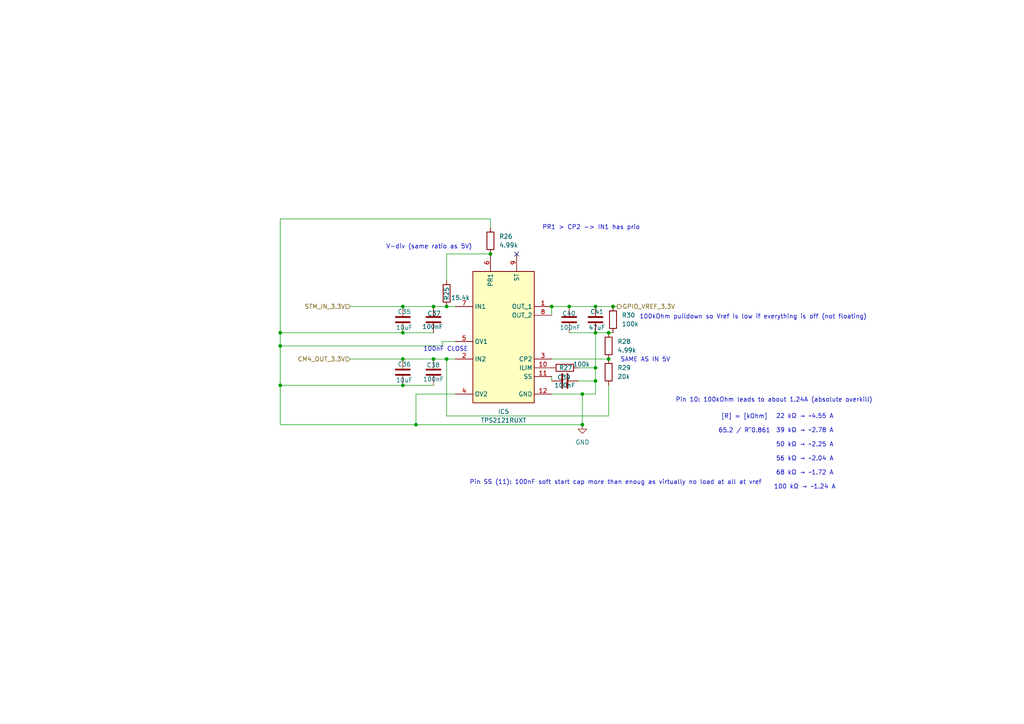
<source format=kicad_sch>
(kicad_sch (version 20250114) (generator "eeschema") (generator_version "9.0")
  (paper "A4")
  (lib_symbols
    (symbol "#dzdb:g_cap/C-100n-0603" (pin_numbers hide) (pin_names (offset 0.254))
      (property "Reference" "C" (at 0.635 2.54 0))
      (property "Value" "100nF" (at 0.635 -2.54 0))
      (symbol "g_cap/C-100n-0603_0_1"
        (polyline (pts (xy -2.032 0.762) (xy 2.032 0.762)) (stroke (width 0.508)))
        (polyline (pts (xy -2.032 -0.762) (xy 2.032 -0.762)) (stroke (width 0.508)))
      )
      (symbol "g_cap/C-100n-0603_1_1"
        (pin passive line (at 0 3.81 270) (length 2.794) (name "~") (number "1"))
        (pin passive line (at 0 -3.81 90) (length 2.794) (name "~") (number "2"))
      )
    )
    (symbol "#dzdb:g_res/R-100k-0603" (pin_numbers hide) (pin_names (offset 0))
      (property "Reference" "R" (at 2.032 0 90))
      (property "Value" "100k" (at 0 0 90))
      (symbol "g_res/R-100k-0603_0_1"
        (rectangle (start -1.016 -2.54) (end 1.016 2.54) (stroke (width 0.254)))
      )
      (symbol "g_res/R-100k-0603_1_1"
        (pin passive line (at 0 3.81 270) (length 1.27) (name "~") (number "1"))
        (pin passive line (at 0 -3.81 90) (length 1.27) (name "~") (number "2"))
      )
    )
    (symbol "#dzdb:g_res/R-15.4k-0603" (pin_numbers hide) (pin_names (offset 0))
      (property "Reference" "R" (at 2.032 0 90))
      (property "Value" "15.4k" (at 0 0 90))
      (symbol "g_res/R-15.4k-0603_0_1"
        (rectangle (start -1.016 -2.54) (end 1.016 2.54) (stroke (width 0.254)))
      )
      (symbol "g_res/R-15.4k-0603_1_1"
        (pin passive line (at 0 3.81 270) (length 1.27) (name "~") (number "1"))
        (pin passive line (at 0 -3.81 90) (length 1.27) (name "~") (number "2"))
      )
    )
    (symbol "#dzdb:g_res/R-20k-0603" (pin_numbers hide) (pin_names (offset 0))
      (property "Reference" "R" (at 2.032 0 90))
      (property "Value" "20k" (at 0 0 90))
      (symbol "g_res/R-20k-0603_0_1"
        (rectangle (start -1.016 -2.54) (end 1.016 2.54) (stroke (width 0.254)))
      )
      (symbol "g_res/R-20k-0603_1_1"
        (pin passive line (at 0 3.81 270) (length 1.27) (name "~") (number "1"))
        (pin passive line (at 0 -3.81 90) (length 1.27) (name "~") (number "2"))
      )
    )
    (symbol "#dzdb:g_res/R-4.99k-0603" (pin_numbers hide) (pin_names (offset 0))
      (property "Reference" "R" (at 2.032 0 90))
      (property "Value" "4.99k" (at 0 0 90))
      (symbol "g_res/R-4.99k-0603_0_1"
        (rectangle (start -1.016 -2.54) (end 1.016 2.54) (stroke (width 0.254)))
      )
      (symbol "g_res/R-4.99k-0603_1_1"
        (pin passive line (at 0 3.81 270) (length 1.27) (name "~") (number "1"))
        (pin passive line (at 0 -3.81 90) (length 1.27) (name "~") (number "2"))
      )
    )
    (symbol "#dzdb:s_cap/C-MUR-GRM21BR61A476ME15" (pin_numbers hide) (pin_names (offset 0.254))
      (property "Reference" "C" (at 0.635 2.54 0))
      (property "Value" "47uF" (at 0.635 -2.54 0))
      (symbol "s_cap/C-MUR-GRM21BR61A476ME15_0_1"
        (polyline (pts (xy -2.032 0.762) (xy 2.032 0.762)) (stroke (width 0.508)))
        (polyline (pts (xy -2.032 -0.762) (xy 2.032 -0.762)) (stroke (width 0.508)))
      )
      (symbol "s_cap/C-MUR-GRM21BR61A476ME15_1_1"
        (pin passive line (at 0 3.81 270) (length 2.794) (name "~") (number "1"))
        (pin passive line (at 0 -3.81 90) (length 2.794) (name "~") (number "2"))
      )
    )
    (symbol "#dzdb:s_cap/C-MUR-GRM32EC72A106KE05" (pin_numbers hide) (pin_names (offset 0.254))
      (property "Reference" "C" (at 0.635 2.54 0))
      (property "Value" "10uF" (at 0.635 -2.54 0))
      (symbol "s_cap/C-MUR-GRM32EC72A106KE05_0_1"
        (polyline (pts (xy -2.032 0.762) (xy 2.032 0.762)) (stroke (width 0.508)))
        (polyline (pts (xy -2.032 -0.762) (xy 2.032 -0.762)) (stroke (width 0.508)))
      )
      (symbol "s_cap/C-MUR-GRM32EC72A106KE05_1_1"
        (pin passive line (at 0 3.81 270) (length 2.794) (name "~") (number "1"))
        (pin passive line (at 0 -3.81 90) (length 2.794) (name "~") (number "2"))
      )
    )
    (symbol "#dzdb:s_misc/TEXA-595-TPS2121RUXT"
      (property "Reference" "IC" (at 24.13 15.24 0))
      (symbol "s_misc/TEXA-595-TPS2121RUXT_1_1"
        (rectangle (start 5.08 10.16) (end 22.86 -27.94) (stroke (width 0.254)) (fill (type background)))
        (pin passive line (at 0 0 0) (length 5.08) (name "IN1") (number "7"))
        (pin passive line (at 0 -10.16 0) (length 5.08) (name "OV1") (number "5"))
        (pin passive line (at 0 -15.24 0) (length 5.08) (name "IN2") (number "2"))
        (pin passive line (at 0 -25.4 0) (length 5.08) (name "OV2") (number "4"))
        (pin passive line (at 10.16 15.24 270) (length 5.08) (name "PR1") (number "6"))
        (pin passive line (at 17.78 15.24 270) (length 5.08) (name "ST") (number "9"))
        (pin passive line (at 27.94 0 180) (length 5.08) (name "OUT_1") (number "1"))
        (pin passive line (at 27.94 -2.54 180) (length 5.08) (name "OUT_2") (number "8"))
        (pin passive line (at 27.94 -15.24 180) (length 5.08) (name "CP2") (number "3"))
        (pin passive line (at 27.94 -17.78 180) (length 5.08) (name "ILIM") (number "10"))
        (pin passive line (at 27.94 -20.32 180) (length 5.08) (name "SS") (number "11"))
        (pin passive line (at 27.94 -25.4 180) (length 5.08) (name "GND") (number "12"))
      )
    )
    (symbol "power:GND" (power) (pin_numbers hide) (pin_names (offset 0) hide)
      (property "Value" "GND" (at 0 -3.81 0))
      (symbol "GND_0_1"
        (polyline (pts (xy 0 0) (xy 0 -1.27) (xy 1.27 -1.27) (xy 0 -2.54) (xy -1.27 -1.27) (xy 0 -1.27)))
      )
      (symbol "GND_1_1"
        (pin power_in line (at 0 0 270) (length 0) (name "~") (number "1"))
      )
    )
  )
  (junction (at 168.91 123.19))
  (junction (at 129.54 104.14))
  (junction (at 172.72 106.68))
  (junction (at 160.02 88.9))
  (junction (at 81.28 96.52))
  (junction (at 168.91 114.3))
  (junction (at 176.53 96.52))
  (junction (at 125.73 104.14))
  (junction (at 176.53 104.14))
  (junction (at 125.73 88.9))
  (junction (at 116.84 96.52))
  (junction (at 120.65 123.19))
  (junction (at 81.28 111.76))
  (junction (at 172.72 96.52))
  (junction (at 165.1 88.9))
  (junction (at 116.84 104.14))
  (junction (at 81.28 100.33))
  (junction (at 177.8 88.9))
  (junction (at 172.72 110.49))
  (junction (at 116.84 88.9))
  (junction (at 172.72 88.9))
  (junction (at 116.84 111.76))
  (junction (at 142.24 73.66))
  (junction (at 129.54 88.9))
  (no_connect (at 149.86 73.66))
  (wire (pts (xy 81.28 96.52) (xy 81.28 63.5)))
  (wire (pts (xy 129.54 120.65) (xy 176.53 120.65)))
  (wire (pts (xy 129.54 104.14) (xy 132.08 104.14)))
  (wire (pts (xy 129.54 81.28) (xy 129.54 73.66)))
  (wire (pts (xy 160.02 109.22) (xy 160.02 110.49)))
  (wire (pts (xy 172.72 88.9) (xy 177.8 88.9)))
  (wire (pts (xy 142.24 63.5) (xy 142.24 66.04)))
  (wire (pts (xy 177.8 88.9) (xy 179.07 88.9)))
  (wire (pts (xy 132.08 114.3) (xy 120.65 114.3)))
  (wire (pts (xy 129.54 104.14) (xy 129.54 120.65)))
  (wire (pts (xy 160.02 88.9) (xy 160.02 91.44)))
  (wire (pts (xy 160.02 104.14) (xy 176.53 104.14)))
  (wire (pts (xy 165.1 88.9) (xy 172.72 88.9)))
  (wire (pts (xy 172.72 106.68) (xy 172.72 110.49)))
  (wire (pts (xy 172.72 114.3) (xy 168.91 114.3)))
  (wire (pts (xy 120.65 114.3) (xy 120.65 123.19)))
  (wire (pts (xy 168.91 123.19) (xy 168.91 114.3)))
  (wire (pts (xy 165.1 96.52) (xy 172.72 96.52)))
  (wire (pts (xy 81.28 100.33) (xy 81.28 111.76)))
  (wire (pts (xy 168.91 114.3) (xy 160.02 114.3)))
  (wire (pts (xy 81.28 100.33) (xy 128.27 100.33)))
  (wire (pts (xy 129.54 73.66) (xy 142.24 73.66)))
  (wire (pts (xy 101.6 104.14) (xy 116.84 104.14)))
  (wire (pts (xy 128.27 99.06) (xy 128.27 100.33)))
  (wire (pts (xy 116.84 88.9) (xy 125.73 88.9)))
  (wire (pts (xy 125.73 88.9) (xy 129.54 88.9)))
  (wire (pts (xy 125.73 96.52) (xy 116.84 96.52)))
  (wire (pts (xy 116.84 104.14) (xy 125.73 104.14)))
  (wire (pts (xy 81.28 111.76) (xy 81.28 123.19)))
  (wire (pts (xy 176.53 96.52) (xy 177.8 96.52)))
  (wire (pts (xy 172.72 106.68) (xy 167.64 106.68)))
  (wire (pts (xy 125.73 104.14) (xy 129.54 104.14)))
  (wire (pts (xy 128.27 99.06) (xy 132.08 99.06)))
  (wire (pts (xy 81.28 111.76) (xy 116.84 111.76)))
  (wire (pts (xy 81.28 63.5) (xy 142.24 63.5)))
  (wire (pts (xy 172.72 96.52) (xy 176.53 96.52)))
  (wire (pts (xy 125.73 111.76) (xy 116.84 111.76)))
  (wire (pts (xy 160.02 88.9) (xy 165.1 88.9)))
  (wire (pts (xy 172.72 110.49) (xy 172.72 114.3)))
  (wire (pts (xy 176.53 120.65) (xy 176.53 111.76)))
  (wire (pts (xy 167.64 110.49) (xy 172.72 110.49)))
  (wire (pts (xy 81.28 96.52) (xy 81.28 100.33)))
  (wire (pts (xy 101.6 88.9) (xy 116.84 88.9)))
  (wire (pts (xy 81.28 123.19) (xy 120.65 123.19)))
  (wire (pts (xy 81.28 96.52) (xy 116.84 96.52)))
  (wire (pts (xy 172.72 96.52) (xy 172.72 106.68)))
  (wire (pts (xy 120.65 123.19) (xy 168.91 123.19)))
  (wire (pts (xy 129.54 88.9) (xy 132.08 88.9)))
  (text "Pin SS (11): 100nF soft start cap more than enoug as virtually no load at all at vref" (at 178.562 139.954 0) (effects (font (size 1.27 1.27))))
  (text "PR1 > CP2 -> IN1 has prio" (at 171.45 66.04 0) (effects (font (size 1.27 1.27))))
  (text "[R] = [kOhm]\n\n65.2 / R^0.861" (at 215.9 122.936 0) (effects (font (size 1.27 1.27))))
  (text "100nF CLOSE" (at 129.286 101.346 0) (effects (font (size 1.27 1.27))))
  (text "100kOhm pulldown so Vref is low if everything is off (not floating)" (at 218.44 91.948 0) (effects (font (size 1.27 1.27))))
  (text "V-div (same ratio as 5V)" (at 124.46 71.628 0) (effects (font (size 1.27 1.27))))
  (text "22 kΩ → ~4.55 A\n\n39 kΩ → ~2.78 A\n\n50 kΩ → ~2.25 A\n\n56 kΩ → ~2.04 A\n\n68 kΩ → ~1.72 A\n\n100 kΩ → ~1.24 A" (at 233.426 131.064 0) (effects (font (size 1.27 1.27))))
  (text "SAME AS IN 5V" (at 187.198 104.394 0) (effects (font (size 1.27 1.27))))
  (text "Pin 10: 100kOhm leads to about 1.24A (absolute overkill)" (at 224.536 116.078 0) (effects (font (size 1.27 1.27))))
  (hierarchical_label "GPIO_VREF_3.3V" (shape output) (at 179.07 88.9 0))
  (hierarchical_label "CM4_OUT_3.3V" (shape input) (at 101.6 104.14 180))
  (hierarchical_label "STM_IN_3.3V" (shape input) (at 101.6 88.9 180))
  (symbol (lib_id "#dzdb:g_cap/C-100n-0603") (at 163.83 110.49 90) (unit 1)
    (property "Reference" "C39" (at 163.576 109.474 90))
    (property "Value" "100nF" (at 163.83 111.76 90))
    (property "Footprint" "Capacitor_SMD:C_0603_1608Metric" (effects (hide yes)))
    (property "Datasheet" "https://www.we-online.com/components/products/datasheet/885012206095.pdf" (effects (hide yes)))
    (property "Description" "Cap 100nF 50V 0603 C0G ±10%" (effects (hide yes)))
    (property "IPN" "C-100n-0603" (effects (hide yes)))
    (property "MPN" "885012206095" (effects (hide yes)))
    (property "Manufacturer" "Wurth Elektronik" (effects (hide yes)))
    (property "Capacitance" "100nF" (effects (hide yes)))
    (property "Voltage" "50V" (effects (hide yes)))
    (property "Material" "C0G" (effects (hide yes)))
    (property "Tolerance" "10%" (effects (hide yes)))
    (property "Supplier" "Mouser" (effects (hide yes)))
    (property "SPN" "710-885012206095" (effects (hide yes)))
    (property "LCSC" "CXXXXX" (effects (hide yes)))
    (property "Comment" "lifecycle=Active; note=Auto-generated" (effects (hide yes)))
  )
  (symbol (lib_id "#dzdb:g_cap/C-100n-0603") (at 165.1 92.71 0) (unit 1)
    (property "Reference" "C40" (at 163.068 90.932 0) (effects (justify left)))
    (property "Value" "100nF" (at 162.306 94.996 0) (effects (justify left)))
    (property "Footprint" "Capacitor_SMD:C_0603_1608Metric" (effects (hide yes)))
    (property "Datasheet" "https://www.we-online.com/components/products/datasheet/885012206095.pdf" (effects (hide yes)))
    (property "Description" "Cap 100nF 50V 0603 C0G ±10%" (effects (hide yes)))
    (property "IPN" "C-100n-0603" (effects (hide yes)))
    (property "MPN" "885012206095" (effects (hide yes)))
    (property "Manufacturer" "Wurth Elektronik" (effects (hide yes)))
    (property "Capacitance" "100nF" (effects (hide yes)))
    (property "Voltage" "50V" (effects (hide yes)))
    (property "Material" "C0G" (effects (hide yes)))
    (property "Tolerance" "10%" (effects (hide yes)))
    (property "Supplier" "Mouser" (effects (hide yes)))
    (property "SPN" "710-885012206095" (effects (hide yes)))
    (property "LCSC" "CXXXXX" (effects (hide yes)))
    (property "Comment" "lifecycle=Active; note=Auto-generated" (effects (hide yes)))
  )
  (symbol (lib_id "#dzdb:g_res/R-4.99k-0603") (at 142.24 69.85 0) (unit 1)
    (property "Reference" "R26" (at 144.78 68.5799 0) (effects (justify left)))
    (property "Value" "4.99k" (at 144.78 71.1199 0) (effects (justify left)))
    (property "Footprint" "Resistor_SMD:R_0603_1608Metric" (effects (hide yes)))
    (property "Datasheet" "https://www.we-online.com/components/products/datasheet/560112116132.pdf" (effects (hide yes)))
    (property "Description" "Thick Film Resistors - SMD WRIS-RSKS 4.99 kOhms 1 % 0.1 W 0603" (effects (hide yes)))
    (property "IPN" "R-4.99k-0603" (effects (hide yes)))
    (property "MPN" "560112116132" (effects (hide yes)))
    (property "Manufacturer" "Wurth Elektronik" (effects (hide yes)))
    (property "Resistance" "4.99k" (effects (hide yes)))
    (property "Power" "0.1 W" (effects (hide yes)))
    (property "Material" "Thick film" (effects (hide yes)))
    (property "Tolerance" "1 %" (effects (hide yes)))
    (property "Supplier" "Mouser" (effects (hide yes)))
    (property "SPN" "710-560112116132" (effects (hide yes)))
    (property "LCSC" "CXXXXX" (effects (hide yes)))
    (property "Comment" "lifecycle=Active; note=Auto-generated" (effects (hide yes)))
  )
  (symbol (lib_id "#dzdb:g_res/R-15.4k-0603") (at 129.54 85.09 0) (unit 1)
    (property "Reference" "R25" (at 129.54 87.122 90) (effects (justify left)))
    (property "Value" "15.4k" (at 130.81 86.36 0) (effects (justify left)))
    (property "Footprint" "Resistor_SMD:R_0603_1608Metric" (effects (hide yes)))
    (property "Datasheet" "https://www.we-online.com/components/products/datasheet/560112116105.pdf" (effects (hide yes)))
    (property "Description" "Thick Film Resistors - SMD WRIS-RSKS 15.4 kOhms 1 % 0.1 W 0603" (effects (hide yes)))
    (property "IPN" "R-15.4k-0603" (effects (hide yes)))
    (property "MPN" "560112116105" (effects (hide yes)))
    (property "Manufacturer" "Wurth Elektronik" (effects (hide yes)))
    (property "Resistance" "15.4k" (effects (hide yes)))
    (property "Power" "0.1 W" (effects (hide yes)))
    (property "Material" "Thick film" (effects (hide yes)))
    (property "Tolerance" "1 %" (effects (hide yes)))
    (property "Supplier" "Mouser" (effects (hide yes)))
    (property "SPN" "710-560112116105" (effects (hide yes)))
    (property "LCSC" "CXXXXX" (effects (hide yes)))
    (property "Comment" "lifecycle=Active; note=Auto-generated" (effects (hide yes)))
  )
  (symbol (lib_id "#dzdb:g_res/R-4.99k-0603") (at 176.53 100.33 0) (unit 1)
    (property "Reference" "R28" (at 179.07 99.0599 0) (effects (justify left)))
    (property "Value" "4.99k" (at 179.07 101.5999 0) (effects (justify left)))
    (property "Footprint" "Resistor_SMD:R_0603_1608Metric" (effects (hide yes)))
    (property "Datasheet" "https://www.we-online.com/components/products/datasheet/560112116132.pdf" (effects (hide yes)))
    (property "Description" "Thick Film Resistors - SMD WRIS-RSKS 4.99 kOhms 1 % 0.1 W 0603" (effects (hide yes)))
    (property "IPN" "R-4.99k-0603" (effects (hide yes)))
    (property "MPN" "560112116132" (effects (hide yes)))
    (property "Manufacturer" "Wurth Elektronik" (effects (hide yes)))
    (property "Resistance" "4.99k" (effects (hide yes)))
    (property "Power" "0.1 W" (effects (hide yes)))
    (property "Material" "Thick film" (effects (hide yes)))
    (property "Tolerance" "1 %" (effects (hide yes)))
    (property "Supplier" "Mouser" (effects (hide yes)))
    (property "SPN" "710-560112116132" (effects (hide yes)))
    (property "LCSC" "CXXXXX" (effects (hide yes)))
    (property "Comment" "lifecycle=Active; note=Auto-generated" (effects (hide yes)))
  )
  (symbol (lib_id "#dzdb:g_cap/C-100n-0603") (at 125.73 92.71 0) (unit 1)
    (property "Reference" "C37" (at 123.952 90.932 0) (effects (justify left)))
    (property "Value" "100nF" (at 122.428 94.742 0) (effects (justify left)))
    (property "Footprint" "Capacitor_SMD:C_0603_1608Metric" (effects (hide yes)))
    (property "Datasheet" "https://www.we-online.com/components/products/datasheet/885012206095.pdf" (effects (hide yes)))
    (property "Description" "Cap 100nF 50V 0603 C0G ±10%" (effects (hide yes)))
    (property "IPN" "C-100n-0603" (effects (hide yes)))
    (property "MPN" "885012206095" (effects (hide yes)))
    (property "Manufacturer" "Wurth Elektronik" (effects (hide yes)))
    (property "Capacitance" "100nF" (effects (hide yes)))
    (property "Voltage" "50V" (effects (hide yes)))
    (property "Material" "C0G" (effects (hide yes)))
    (property "Tolerance" "10%" (effects (hide yes)))
    (property "Supplier" "Mouser" (effects (hide yes)))
    (property "SPN" "710-885012206095" (effects (hide yes)))
    (property "LCSC" "CXXXXX" (effects (hide yes)))
    (property "Comment" "lifecycle=Active; note=Auto-generated" (effects (hide yes)))
  )
  (symbol (lib_id "power:GND") (at 168.91 123.19 0) (unit 1)
    (property "Reference" "#PWR030" (effects (hide yes)))
    (property "Value" "GND" (at 168.91 128.27 0))
    (property "Description" "Power symbol creates a global label with name \"GND\" , ground" (effects (hide yes)))
  )
  (symbol (lib_id "#dzdb:s_cap/C-MUR-GRM21BR61A476ME15") (at 172.72 92.71 0) (unit 1)
    (property "Reference" "C41" (at 171.196 90.424 0) (effects (justify left)))
    (property "Value" "47uF" (at 170.688 94.996 0) (effects (justify left)))
    (property "Footprint" "Capacitor_SMD:C_0805_2012Metric" (effects (hide yes)))
    (property "Datasheet" "https://www.murata.com/products/productdetail?partno=GRM21BR61A476ME15%23" (effects (hide yes)))
    (property "Description" "Cap 47µF 10V 0805 X5R ±20%" (effects (hide yes)))
    (property "IPN" "C-MUR-GRM21BR61A476ME15" (effects (hide yes)))
    (property "MPN" "GRM21BR61A476ME15" (effects (hide yes)))
    (property "Manufacturer" "Murata Electronics" (effects (hide yes)))
    (property "Capacitance" "47uF" (effects (hide yes)))
    (property "Voltage" "10V" (effects (hide yes)))
    (property "Material" "X5R" (effects (hide yes)))
    (property "Tolerance" "20%" (effects (hide yes)))
    (property "Supplier" "Mouser" (effects (hide yes)))
    (property "SPN" "81-GRM21BR61A476ME5L" (effects (hide yes)))
    (property "LCSC" "C124129" (effects (hide yes)))
    (property "Comment" "lifecycle=Active; note=High capacitance in 0805 package" (effects (hide yes)))
  )
  (symbol (lib_id "#dzdb:s_cap/C-MUR-GRM32EC72A106KE05") (at 116.84 92.71 0) (unit 1)
    (property "Reference" "C35" (at 115.316 90.424 0) (effects (justify left)))
    (property "Value" "10uF" (at 114.808 94.996 0) (effects (justify left)))
    (property "Footprint" "Capacitor_SMD:C_1210_3225Metric" (effects (hide yes)))
    (property "Datasheet" "https://www.murata.com/products/productdetail?partno=GRM32EC72A106KE05K" (effects (hide yes)))
    (property "Description" "Cap 10µF 100V 1210 X7R ±10%" (effects (hide yes)))
    (property "IPN" "C-MUR-GRM32EC72A106KE05" (effects (hide yes)))
    (property "MPN" "GRM32EC72A106KE05" (effects (hide yes)))
    (property "Manufacturer" "Murata Electronics" (effects (hide yes)))
    (property "Capacitance" "10uF" (effects (hide yes)))
    (property "Voltage" "100V" (effects (hide yes)))
    (property "Material" "X7R" (effects (hide yes)))
    (property "Tolerance" "10%" (effects (hide yes)))
    (property "Supplier" "Mouser" (effects (hide yes)))
    (property "SPN" "81-GRM32EC72A106KE5K" (effects (hide yes)))
    (property "LCSC" "C5444485" (effects (hide yes)))
    (property "Comment" "lifecycle=Active; Alternative part: Samsung CL32Y106KCVZNW (almost identical specs)" (effects (hide yes)))
  )
  (symbol (lib_id "#dzdb:g_res/R-20k-0603") (at 176.53 107.95 0) (unit 1)
    (property "Reference" "R29" (at 179.07 106.6799 0) (effects (justify left)))
    (property "Value" "20k" (at 179.07 109.2199 0) (effects (justify left)))
    (property "Footprint" "Resistor_SMD:R_0603_1608Metric" (effects (hide yes)))
    (property "Datasheet" "https://www.we-online.com/components/products/datasheet/560112116015.pdf" (effects (hide yes)))
    (property "Description" "Thick Film Resistors - SMD WRIS-RSKS 20 kOhms 1 % 0.1 W 0603" (effects (hide yes)))
    (property "IPN" "R-20k-0603" (effects (hide yes)))
    (property "MPN" "560112116015" (effects (hide yes)))
    (property "Manufacturer" "Wurth Elektronik" (effects (hide yes)))
    (property "Resistance" "20k" (effects (hide yes)))
    (property "Power" "0.1 W" (effects (hide yes)))
    (property "Material" "Thick film" (effects (hide yes)))
    (property "Tolerance" "1 %" (effects (hide yes)))
    (property "Supplier" "Mouser" (effects (hide yes)))
    (property "SPN" "710-560112116015" (effects (hide yes)))
    (property "LCSC" "CXXXXX" (effects (hide yes)))
    (property "Comment" "lifecycle=Active; note=Auto-generated" (effects (hide yes)))
  )
  (symbol (lib_id "#dzdb:g_res/R-100k-0603") (at 177.8 92.71 0) (unit 1)
    (property "Reference" "R30" (at 180.34 91.4399 0) (effects (justify left)))
    (property "Value" "100k" (at 180.34 93.9799 0) (effects (justify left)))
    (property "Footprint" "Resistor_SMD:R_0603_1608Metric" (effects (hide yes)))
    (property "Datasheet" "https://www.we-online.com/components/products/datasheet/560112116004.pdf" (effects (hide yes)))
    (property "Description" "Thick Film Resistors - SMD WRIS-RSKS 100 kOhms 1 % 0.1 W 0603" (effects (hide yes)))
    (property "IPN" "R-100k-0603" (effects (hide yes)))
    (property "MPN" "560112116004" (effects (hide yes)))
    (property "Manufacturer" "Wurth Elektronik" (effects (hide yes)))
    (property "Resistance" "100k" (effects (hide yes)))
    (property "Power" "0.1 W" (effects (hide yes)))
    (property "Material" "Thick film" (effects (hide yes)))
    (property "Tolerance" "1 %" (effects (hide yes)))
    (property "Supplier" "Mouser" (effects (hide yes)))
    (property "SPN" "710-560112116004" (effects (hide yes)))
    (property "LCSC" "CXXXXX" (effects (hide yes)))
    (property "Comment" "lifecycle=Active; note=Auto-generated" (effects (hide yes)))
  )
  (symbol (lib_id "#dzdb:g_cap/C-100n-0603") (at 125.73 107.95 0) (unit 1)
    (property "Reference" "C38" (at 123.698 105.918 0) (effects (justify left)))
    (property "Value" "100nF" (at 122.682 109.982 0) (effects (justify left)))
    (property "Footprint" "Capacitor_SMD:C_0603_1608Metric" (effects (hide yes)))
    (property "Datasheet" "https://www.we-online.com/components/products/datasheet/885012206095.pdf" (effects (hide yes)))
    (property "Description" "Cap 100nF 50V 0603 C0G ±10%" (effects (hide yes)))
    (property "IPN" "C-100n-0603" (effects (hide yes)))
    (property "MPN" "885012206095" (effects (hide yes)))
    (property "Manufacturer" "Wurth Elektronik" (effects (hide yes)))
    (property "Capacitance" "100nF" (effects (hide yes)))
    (property "Voltage" "50V" (effects (hide yes)))
    (property "Material" "C0G" (effects (hide yes)))
    (property "Tolerance" "10%" (effects (hide yes)))
    (property "Supplier" "Mouser" (effects (hide yes)))
    (property "SPN" "710-885012206095" (effects (hide yes)))
    (property "LCSC" "CXXXXX" (effects (hide yes)))
    (property "Comment" "lifecycle=Active; note=Auto-generated" (effects (hide yes)))
  )
  (symbol (lib_id "#dzdb:g_res/R-100k-0603") (at 163.83 106.68 90) (unit 1)
    (property "Reference" "R27" (at 164.084 106.68 90))
    (property "Value" "100k" (at 168.656 105.664 90))
    (property "Footprint" "Resistor_SMD:R_0603_1608Metric" (effects (hide yes)))
    (property "Datasheet" "https://www.we-online.com/components/products/datasheet/560112116004.pdf" (effects (hide yes)))
    (property "Description" "Thick Film Resistors - SMD WRIS-RSKS 100 kOhms 1 % 0.1 W 0603" (effects (hide yes)))
    (property "IPN" "R-100k-0603" (effects (hide yes)))
    (property "MPN" "560112116004" (effects (hide yes)))
    (property "Manufacturer" "Wurth Elektronik" (effects (hide yes)))
    (property "Resistance" "100k" (effects (hide yes)))
    (property "Power" "0.1 W" (effects (hide yes)))
    (property "Material" "Thick film" (effects (hide yes)))
    (property "Tolerance" "1 %" (effects (hide yes)))
    (property "Supplier" "Mouser" (effects (hide yes)))
    (property "SPN" "710-560112116004" (effects (hide yes)))
    (property "LCSC" "CXXXXX" (effects (hide yes)))
    (property "Comment" "lifecycle=Active; note=Auto-generated" (effects (hide yes)))
  )
  (symbol (lib_id "#dzdb:s_misc/TEXA-595-TPS2121RUXT") (at 132.08 88.9 0) (unit 1)
    (property "Reference" "IC5" (at 146.05 119.38 0))
    (property "Value" "TPS2121RUXT" (at 146.05 121.92 0))
    (property "Footprint" "dz_dio:TI_Switchover_TPS2121RUXT" (effects (hide yes)))
    (property "Datasheet" "https://www.ti.com/lit/ds/symlink/tps2120.pdf?ts=1761678178328" (effects (hide yes)))
    (property "Description" "Leistungsschalter IC - Leistungsverteiler 2.7-V&nbsp;to 22-V 56-m? 4.5-A power A 595-TPS2121RUXR" (effects (hide yes)))
    (property "Height" "1" (effects (hide yes)))
    (property "Mouser Part Number" "595-TPS2121RUXT" (effects (hide yes)))
    (property "Mouser Price/Stock" "https://www.mouser.co.uk/ProductDetail/Texas-Instruments/TPS2121RUXT?qs=l7cgNqFNU1i6abJCbO5ulQ%3D%3D" (effects (hide yes)))
    (property "Manufacturer_Name" "Texas Instruments" (effects (hide yes)))
    (property "Manufacturer_Part_Number" "TPS2121RUXT" (effects (hide yes)))
    (property "IPN" "TEXA-595-TPS2121RUXT" (effects (hide yes)))
    (property "MPN" "595-TPS2121RUXT" (effects (hide yes)))
    (property "Manufacturer" "Texas Instruments" (effects (hide yes)))
    (property "Symbol" "dz_dio:TI_Switchover_TPS2121RUXT" (effects (hide yes)))
    (property "Type" "Leistungsschalter IC - Leistungsverteiler" (effects (hide yes)))
    (property "Supplier" "Mouser" (effects (hide yes)))
    (property "SPN" "595-TPS2121RUXT" (effects (hide yes)))
    (property "Comment" "This is a bit of a tricky one to solder by hand; wed need paste and a heat gun..." (effects (hide yes)))
    (property "Order" "Ordered=True" (effects (hide yes)))
  )
  (symbol (lib_id "#dzdb:s_cap/C-MUR-GRM32EC72A106KE05") (at 116.84 107.95 0) (unit 1)
    (property "Reference" "C36" (at 115.316 105.664 0) (effects (justify left)))
    (property "Value" "10uF" (at 114.808 110.236 0) (effects (justify left)))
    (property "Footprint" "Capacitor_SMD:C_1210_3225Metric" (effects (hide yes)))
    (property "Datasheet" "https://www.murata.com/products/productdetail?partno=GRM32EC72A106KE05K" (effects (hide yes)))
    (property "Description" "Cap 10µF 100V 1210 X7R ±10%" (effects (hide yes)))
    (property "IPN" "C-MUR-GRM32EC72A106KE05" (effects (hide yes)))
    (property "MPN" "GRM32EC72A106KE05" (effects (hide yes)))
    (property "Manufacturer" "Murata Electronics" (effects (hide yes)))
    (property "Capacitance" "10uF" (effects (hide yes)))
    (property "Voltage" "100V" (effects (hide yes)))
    (property "Material" "X7R" (effects (hide yes)))
    (property "Tolerance" "10%" (effects (hide yes)))
    (property "Supplier" "Mouser" (effects (hide yes)))
    (property "SPN" "81-GRM32EC72A106KE5K" (effects (hide yes)))
    (property "LCSC" "C5444485" (effects (hide yes)))
    (property "Comment" "lifecycle=Active; Alternative part: Samsung CL32Y106KCVZNW (almost identical specs)" (effects (hide yes)))
  )
)
</source>
